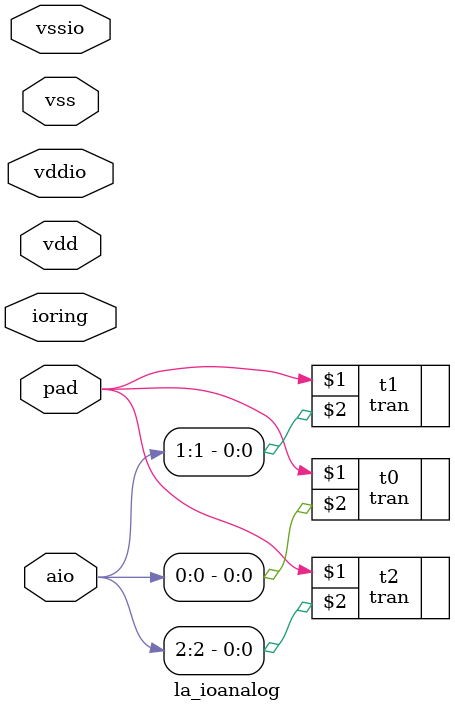
<source format=v>
/*****************************************************************************
 * Function: IO analog pass-through cell
 * Copyright: Lambda Project Authors. All rights Reserved.
 * License:  MIT (see LICENSE file in Lambda repository)
 *
 * Docs:
 *
 * aio[0] = pass through from pad (with esd clamp)
 * aio[1] = small series resistance
 * aio[2] = big series resistance
 *
 ****************************************************************************/
module la_ioanalog
  #(
    parameter PROP = "DEFAULT", // cell property
    parameter SIDE = "NO",      // "NO", "SO", "EA", "WE"
    parameter RINGW = 8         // width of io ring
    )
   (// io pad signals
    inout             pad,    // bidirectional pad signal
    inout             vdd,    // core supply
    inout             vss,    // core ground
    inout             vddio,  // io supply
    inout             vssio,  // io ground
    inout [RINGW-1:0] ioring, // generic io ring
    // core interface
    inout [2:0]       aio     // analog core signal
    );

`ifdef VERILATOR
    // TODO!: input only for verilator based simulation
    assign aio[0] = pad;
    assign aio[1] = pad;
    assign aio[2] = pad;

`else
    tran t0 (pad, aio[0]);
    tran t1 (pad, aio[1]);
    tran t2 (pad, aio[2]);
`endif

endmodule

</source>
